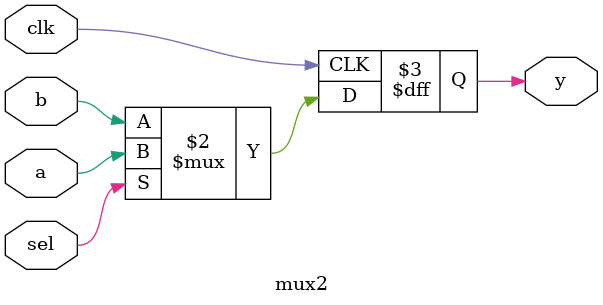
<source format=v>
module mux2 (
  input clk,
  input sel,
  input a, b,
  output reg y
);
  always @(posedge clk)
    y <= sel ? a : b;
endmodule

</source>
